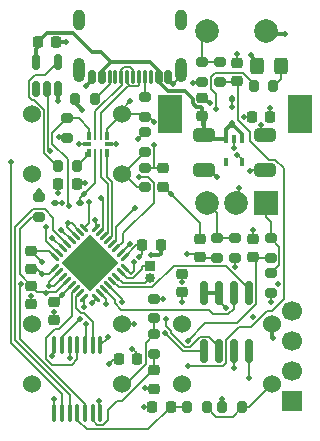
<source format=gtl>
G04 #@! TF.GenerationSoftware,KiCad,Pcbnew,9.0.2*
G04 #@! TF.CreationDate,2025-12-31T10:57:56+01:00*
G04 #@! TF.ProjectId,synthmate_L432,73796e74-686d-4617-9465-5f4c3433322e,rev?*
G04 #@! TF.SameCoordinates,Original*
G04 #@! TF.FileFunction,Copper,L1,Top*
G04 #@! TF.FilePolarity,Positive*
%FSLAX46Y46*%
G04 Gerber Fmt 4.6, Leading zero omitted, Abs format (unit mm)*
G04 Created by KiCad (PCBNEW 9.0.2) date 2025-12-31 10:57:56*
%MOMM*%
%LPD*%
G01*
G04 APERTURE LIST*
G04 Aperture macros list*
%AMRoundRect*
0 Rectangle with rounded corners*
0 $1 Rounding radius*
0 $2 $3 $4 $5 $6 $7 $8 $9 X,Y pos of 4 corners*
0 Add a 4 corners polygon primitive as box body*
4,1,4,$2,$3,$4,$5,$6,$7,$8,$9,$2,$3,0*
0 Add four circle primitives for the rounded corners*
1,1,$1+$1,$2,$3*
1,1,$1+$1,$4,$5*
1,1,$1+$1,$6,$7*
1,1,$1+$1,$8,$9*
0 Add four rect primitives between the rounded corners*
20,1,$1+$1,$2,$3,$4,$5,0*
20,1,$1+$1,$4,$5,$6,$7,0*
20,1,$1+$1,$6,$7,$8,$9,0*
20,1,$1+$1,$8,$9,$2,$3,0*%
%AMRotRect*
0 Rectangle, with rotation*
0 The origin of the aperture is its center*
0 $1 length*
0 $2 width*
0 $3 Rotation angle, in degrees counterclockwise*
0 Add horizontal line*
21,1,$1,$2,0,0,$3*%
G04 Aperture macros list end*
G04 #@! TA.AperFunction,ComponentPad*
%ADD10R,1.700000X1.700000*%
G04 #@! TD*
G04 #@! TA.AperFunction,ComponentPad*
%ADD11C,1.700000*%
G04 #@! TD*
G04 #@! TA.AperFunction,SMDPad,CuDef*
%ADD12RoundRect,0.100000X-0.100000X0.637500X-0.100000X-0.637500X0.100000X-0.637500X0.100000X0.637500X0*%
G04 #@! TD*
G04 #@! TA.AperFunction,SMDPad,CuDef*
%ADD13RoundRect,0.225000X-0.225000X-0.250000X0.225000X-0.250000X0.225000X0.250000X-0.225000X0.250000X0*%
G04 #@! TD*
G04 #@! TA.AperFunction,SMDPad,CuDef*
%ADD14RoundRect,0.200000X0.200000X0.275000X-0.200000X0.275000X-0.200000X-0.275000X0.200000X-0.275000X0*%
G04 #@! TD*
G04 #@! TA.AperFunction,SMDPad,CuDef*
%ADD15RoundRect,0.150000X0.150000X0.425000X-0.150000X0.425000X-0.150000X-0.425000X0.150000X-0.425000X0*%
G04 #@! TD*
G04 #@! TA.AperFunction,SMDPad,CuDef*
%ADD16RoundRect,0.075000X0.075000X0.500000X-0.075000X0.500000X-0.075000X-0.500000X0.075000X-0.500000X0*%
G04 #@! TD*
G04 #@! TA.AperFunction,HeatsinkPad*
%ADD17O,1.000000X2.100000*%
G04 #@! TD*
G04 #@! TA.AperFunction,HeatsinkPad*
%ADD18O,1.000000X1.800000*%
G04 #@! TD*
G04 #@! TA.AperFunction,SMDPad,CuDef*
%ADD19RoundRect,0.112500X0.112500X-0.187500X0.112500X0.187500X-0.112500X0.187500X-0.112500X-0.187500X0*%
G04 #@! TD*
G04 #@! TA.AperFunction,SMDPad,CuDef*
%ADD20RoundRect,0.200000X-0.275000X0.200000X-0.275000X-0.200000X0.275000X-0.200000X0.275000X0.200000X0*%
G04 #@! TD*
G04 #@! TA.AperFunction,SMDPad,CuDef*
%ADD21RoundRect,0.150000X0.150000X-0.825000X0.150000X0.825000X-0.150000X0.825000X-0.150000X-0.825000X0*%
G04 #@! TD*
G04 #@! TA.AperFunction,SMDPad,CuDef*
%ADD22RoundRect,0.225000X0.225000X0.250000X-0.225000X0.250000X-0.225000X-0.250000X0.225000X-0.250000X0*%
G04 #@! TD*
G04 #@! TA.AperFunction,SMDPad,CuDef*
%ADD23R,0.300000X0.704800*%
G04 #@! TD*
G04 #@! TA.AperFunction,SMDPad,CuDef*
%ADD24R,0.249936X0.704850*%
G04 #@! TD*
G04 #@! TA.AperFunction,SMDPad,CuDef*
%ADD25R,0.754888X0.350012*%
G04 #@! TD*
G04 #@! TA.AperFunction,SMDPad,CuDef*
%ADD26RoundRect,0.112500X-0.187500X-0.112500X0.187500X-0.112500X0.187500X0.112500X-0.187500X0.112500X0*%
G04 #@! TD*
G04 #@! TA.AperFunction,SMDPad,CuDef*
%ADD27RoundRect,0.225000X0.250000X-0.225000X0.250000X0.225000X-0.250000X0.225000X-0.250000X-0.225000X0*%
G04 #@! TD*
G04 #@! TA.AperFunction,SMDPad,CuDef*
%ADD28RoundRect,0.100000X-0.100000X0.225000X-0.100000X-0.225000X0.100000X-0.225000X0.100000X0.225000X0*%
G04 #@! TD*
G04 #@! TA.AperFunction,SMDPad,CuDef*
%ADD29RoundRect,0.225000X-0.250000X0.225000X-0.250000X-0.225000X0.250000X-0.225000X0.250000X0.225000X0*%
G04 #@! TD*
G04 #@! TA.AperFunction,SMDPad,CuDef*
%ADD30RoundRect,0.200000X-0.200000X-0.275000X0.200000X-0.275000X0.200000X0.275000X-0.200000X0.275000X0*%
G04 #@! TD*
G04 #@! TA.AperFunction,SMDPad,CuDef*
%ADD31RoundRect,0.200000X0.275000X-0.200000X0.275000X0.200000X-0.275000X0.200000X-0.275000X-0.200000X0*%
G04 #@! TD*
G04 #@! TA.AperFunction,SMDPad,CuDef*
%ADD32RoundRect,0.150000X0.150000X-0.512500X0.150000X0.512500X-0.150000X0.512500X-0.150000X-0.512500X0*%
G04 #@! TD*
G04 #@! TA.AperFunction,SMDPad,CuDef*
%ADD33RoundRect,0.250000X-0.325000X-0.450000X0.325000X-0.450000X0.325000X0.450000X-0.325000X0.450000X0*%
G04 #@! TD*
G04 #@! TA.AperFunction,SMDPad,CuDef*
%ADD34RoundRect,0.250000X-0.650000X0.325000X-0.650000X-0.325000X0.650000X-0.325000X0.650000X0.325000X0*%
G04 #@! TD*
G04 #@! TA.AperFunction,SMDPad,CuDef*
%ADD35RoundRect,0.062500X-0.220971X-0.309359X0.309359X0.220971X0.220971X0.309359X-0.309359X-0.220971X0*%
G04 #@! TD*
G04 #@! TA.AperFunction,SMDPad,CuDef*
%ADD36RoundRect,0.062500X0.220971X-0.309359X0.309359X-0.220971X-0.220971X0.309359X-0.309359X0.220971X0*%
G04 #@! TD*
G04 #@! TA.AperFunction,HeatsinkPad*
%ADD37RotRect,3.450000X3.450000X45.000000*%
G04 #@! TD*
G04 #@! TA.AperFunction,ComponentPad*
%ADD38R,0.850000X0.850000*%
G04 #@! TD*
G04 #@! TA.AperFunction,ComponentPad*
%ADD39C,0.850000*%
G04 #@! TD*
G04 #@! TA.AperFunction,ComponentPad*
%ADD40C,1.524000*%
G04 #@! TD*
G04 #@! TA.AperFunction,ComponentPad*
%ADD41R,2.000000X2.000000*%
G04 #@! TD*
G04 #@! TA.AperFunction,ComponentPad*
%ADD42C,2.000000*%
G04 #@! TD*
G04 #@! TA.AperFunction,ComponentPad*
%ADD43R,2.000000X3.200000*%
G04 #@! TD*
G04 #@! TA.AperFunction,ViaPad*
%ADD44C,0.500000*%
G04 #@! TD*
G04 #@! TA.AperFunction,Conductor*
%ADD45C,0.200000*%
G04 #@! TD*
G04 #@! TA.AperFunction,Conductor*
%ADD46C,0.300000*%
G04 #@! TD*
G04 APERTURE END LIST*
D10*
G04 #@! TO.P,J5,1,Pin_1*
G04 #@! TO.N,GND*
X151610000Y-105600000D03*
D11*
G04 #@! TO.P,J5,2,Pin_2*
G04 #@! TO.N,SWCLK*
X151610000Y-103060000D03*
G04 #@! TO.P,J5,3,Pin_3*
G04 #@! TO.N,SWDIO*
X151610000Y-100520000D03*
G04 #@! TO.P,J5,4,Pin_4*
G04 #@! TO.N,3V3*
X151610000Y-97980000D03*
G04 #@! TD*
D12*
G04 #@! TO.P,U6,1*
G04 #@! TO.N,Net-(C6-Pad1)*
X135360000Y-100825000D03*
G04 #@! TO.P,U6,2*
G04 #@! TO.N,enc_A*
X134710000Y-100825000D03*
G04 #@! TO.P,U6,3*
G04 #@! TO.N,Net-(C7-Pad1)*
X134060000Y-100825000D03*
G04 #@! TO.P,U6,4*
G04 #@! TO.N,enc_B*
X133410000Y-100825000D03*
G04 #@! TO.P,U6,5*
G04 #@! TO.N,Net-(C10-Pad1)*
X132760000Y-100825000D03*
G04 #@! TO.P,U6,6*
G04 #@! TO.N,BOOT0*
X132110000Y-100825000D03*
G04 #@! TO.P,U6,7,GND*
G04 #@! TO.N,GND*
X131460000Y-100825000D03*
G04 #@! TO.P,U6,8*
G04 #@! TO.N,pushbutton_C*
X131460000Y-106550000D03*
G04 #@! TO.P,U6,9*
G04 #@! TO.N,Net-(C8-Pad1)*
X132110000Y-106550000D03*
G04 #@! TO.P,U6,10*
G04 #@! TO.N,pushbutton_B*
X132760000Y-106550000D03*
G04 #@! TO.P,U6,11*
G04 #@! TO.N,Net-(C9-Pad1)*
X133410000Y-106550000D03*
G04 #@! TO.P,U6,12*
G04 #@! TO.N,pushbutton_A*
X134060000Y-106550000D03*
G04 #@! TO.P,U6,13*
G04 #@! TO.N,Net-(C17-Pad1)*
X134710000Y-106550000D03*
G04 #@! TO.P,U6,14,3.3V*
G04 #@! TO.N,3V3*
X135360000Y-106550000D03*
G04 #@! TD*
D13*
G04 #@! TO.P,C13,1*
G04 #@! TO.N,3V3*
X136890000Y-101970000D03*
G04 #@! TO.P,C13,2*
G04 #@! TO.N,GND*
X138440000Y-101970000D03*
G04 #@! TD*
D14*
G04 #@! TO.P,R13,1*
G04 #@! TO.N,Net-(SW2-C)*
X144340000Y-106070000D03*
G04 #@! TO.P,R13,2*
G04 #@! TO.N,Net-(C9-Pad1)*
X142690000Y-106070000D03*
G04 #@! TD*
D15*
G04 #@! TO.P,J1,A1,GND*
G04 #@! TO.N,GND*
X141080000Y-78105000D03*
G04 #@! TO.P,J1,A4,VBUS*
G04 #@! TO.N,5V*
X140280000Y-78105000D03*
D16*
G04 #@! TO.P,J1,A5,CC1*
G04 #@! TO.N,Net-(J1-CC1)*
X139130000Y-78105000D03*
G04 #@! TO.P,J1,A6,D+*
G04 #@! TO.N,/usb_P*
X138130000Y-78105000D03*
G04 #@! TO.P,J1,A7,D-*
G04 #@! TO.N,/usb_N*
X137630000Y-78105000D03*
G04 #@! TO.P,J1,A8,SBU1*
G04 #@! TO.N,unconnected-(J1-SBU1-PadA8)*
X136630000Y-78105000D03*
D15*
G04 #@! TO.P,J1,A9,VBUS*
G04 #@! TO.N,5V*
X135480000Y-78105000D03*
G04 #@! TO.P,J1,A12,GND*
G04 #@! TO.N,GND*
X134680000Y-78105000D03*
G04 #@! TO.P,J1,B1,GND*
X134680000Y-78105000D03*
G04 #@! TO.P,J1,B4,VBUS*
G04 #@! TO.N,5V*
X135480000Y-78105000D03*
D16*
G04 #@! TO.P,J1,B5,CC2*
G04 #@! TO.N,Net-(J1-CC2)*
X136130000Y-78105000D03*
G04 #@! TO.P,J1,B6,D+*
G04 #@! TO.N,/usb_P*
X137130000Y-78105000D03*
G04 #@! TO.P,J1,B7,D-*
G04 #@! TO.N,/usb_N*
X138630000Y-78105000D03*
G04 #@! TO.P,J1,B8,SBU2*
G04 #@! TO.N,unconnected-(J1-SBU2-PadB8)*
X139630000Y-78105000D03*
D15*
G04 #@! TO.P,J1,B9,VBUS*
G04 #@! TO.N,5V*
X140280000Y-78105000D03*
G04 #@! TO.P,J1,B12,GND*
G04 #@! TO.N,GND*
X141080000Y-78105000D03*
D17*
G04 #@! TO.P,J1,S1,SHIELD*
X142200000Y-77530000D03*
D18*
X142200000Y-73350000D03*
D17*
X133560000Y-77530000D03*
D18*
X133560000Y-73350000D03*
G04 #@! TD*
D19*
G04 #@! TO.P,D2,1,K*
G04 #@! TO.N,5V*
X146470000Y-82090000D03*
G04 #@! TO.P,D2,2,A*
G04 #@! TO.N,GND*
X146470000Y-79990000D03*
G04 #@! TD*
D20*
G04 #@! TO.P,R6,1*
G04 #@! TO.N,Net-(R6-Pad1)*
X146730000Y-91780000D03*
G04 #@! TO.P,R6,2*
G04 #@! TO.N,3V3*
X146730000Y-93430000D03*
G04 #@! TD*
D21*
G04 #@! TO.P,U5,1,~{S}*
G04 #@! TO.N,CS*
X144140000Y-101370000D03*
G04 #@! TO.P,U5,2,Q*
G04 #@! TO.N,MISO*
X145410000Y-101370000D03*
G04 #@! TO.P,U5,3,~{W}*
G04 #@! TO.N,3V3*
X146680000Y-101370000D03*
G04 #@! TO.P,U5,4,VSS*
G04 #@! TO.N,GND*
X147950000Y-101370000D03*
G04 #@! TO.P,U5,5,D*
G04 #@! TO.N,MOSI*
X147950000Y-96420000D03*
G04 #@! TO.P,U5,6,C*
G04 #@! TO.N,SCK*
X146680000Y-96420000D03*
G04 #@! TO.P,U5,7,~{HOLD}*
G04 #@! TO.N,3V3*
X145410000Y-96420000D03*
G04 #@! TO.P,U5,8,VCC*
X144140000Y-96420000D03*
G04 #@! TD*
D22*
G04 #@! TO.P,C15,1*
G04 #@! TO.N,3V3*
X133337500Y-87200000D03*
G04 #@! TO.P,C15,2*
G04 #@! TO.N,GND*
X131787500Y-87200000D03*
G04 #@! TD*
D23*
G04 #@! TO.P,U2,1,1D+*
G04 #@! TO.N,USART1_TX*
X134399999Y-84560000D03*
D24*
G04 #@! TO.P,U2,2,1D-*
G04 #@! TO.N,USART1_RX*
X134900000Y-84560000D03*
G04 #@! TO.P,U2,3,2D+*
G04 #@! TO.N,/usb_mcu_P*
X135400000Y-84560000D03*
D23*
G04 #@! TO.P,U2,4,2D-*
G04 #@! TO.N,/usb_mcu_N*
X135900001Y-84560000D03*
D25*
G04 #@! TO.P,U2,5,GND*
G04 #@! TO.N,GND*
X136102444Y-83832600D03*
D23*
G04 #@! TO.P,U2,6,\u002AOE*
X135900001Y-83105200D03*
D24*
G04 #@! TO.P,U2,7,D-*
G04 #@! TO.N,/usb_N*
X135400000Y-83105200D03*
G04 #@! TO.P,U2,8,D+*
G04 #@! TO.N,/usb_P*
X134900000Y-83105200D03*
D23*
G04 #@! TO.P,U2,9,S*
G04 #@! TO.N,usb_switch*
X134399999Y-83105200D03*
D25*
G04 #@! TO.P,U2,10,VCC*
G04 #@! TO.N,3V3*
X134197556Y-83832600D03*
G04 #@! TD*
D26*
G04 #@! TO.P,D3,1,K*
G04 #@! TO.N,3V3*
X131540000Y-88790000D03*
G04 #@! TO.P,D3,2,A*
G04 #@! TO.N,USART1_RX*
X133640000Y-88790000D03*
G04 #@! TD*
D27*
G04 #@! TO.P,C10,1*
G04 #@! TO.N,Net-(C10-Pad1)*
X146940000Y-78490000D03*
G04 #@! TO.P,C10,2*
G04 #@! TO.N,GND*
X146940000Y-76940000D03*
G04 #@! TD*
D28*
G04 #@! TO.P,U3,1,VIN*
G04 #@! TO.N,5V*
X147307500Y-83400000D03*
G04 #@! TO.P,U3,2,GND*
G04 #@! TO.N,GND*
X146657500Y-83400000D03*
G04 #@! TO.P,U3,3,EN*
G04 #@! TO.N,5V*
X146007500Y-83400000D03*
G04 #@! TO.P,U3,4,NC*
G04 #@! TO.N,unconnected-(U3-NC-Pad4)*
X146007500Y-85300000D03*
G04 #@! TO.P,U3,5,VOUT*
G04 #@! TO.N,3V3*
X147307500Y-85300000D03*
G04 #@! TD*
D14*
G04 #@! TO.P,R11,1*
G04 #@! TO.N,Net-(SW2-C)*
X147340000Y-106090000D03*
G04 #@! TO.P,R11,2*
G04 #@! TO.N,3V3*
X145690000Y-106090000D03*
G04 #@! TD*
D27*
G04 #@! TO.P,C6,1*
G04 #@! TO.N,Net-(C6-Pad1)*
X148250000Y-93370000D03*
G04 #@! TO.P,C6,2*
G04 #@! TO.N,GND*
X148250000Y-91820000D03*
G04 #@! TD*
D29*
G04 #@! TO.P,C12,1*
G04 #@! TO.N,3V3*
X131430000Y-97165000D03*
G04 #@! TO.P,C12,2*
G04 #@! TO.N,GND*
X131430000Y-98715000D03*
G04 #@! TD*
D20*
G04 #@! TO.P,R1,1*
G04 #@! TO.N,Net-(R1-Pad1)*
X143970000Y-76890000D03*
G04 #@! TO.P,R1,2*
G04 #@! TO.N,3V3*
X143970000Y-78540000D03*
G04 #@! TD*
D30*
G04 #@! TO.P,R3,1*
G04 #@! TO.N,GND*
X133230000Y-79990000D03*
G04 #@! TO.P,R3,2*
G04 #@! TO.N,Net-(J1-CC2)*
X134880000Y-79990000D03*
G04 #@! TD*
D31*
G04 #@! TO.P,R15,1*
G04 #@! TO.N,Net-(SW3-C)*
X139920000Y-98560000D03*
G04 #@! TO.P,R15,2*
G04 #@! TO.N,3V3*
X139920000Y-96910000D03*
G04 #@! TD*
G04 #@! TO.P,R5,1*
G04 #@! TO.N,NRST*
X130180000Y-89970000D03*
G04 #@! TO.P,R5,2*
G04 #@! TO.N,3V3*
X130180000Y-88320000D03*
G04 #@! TD*
D27*
G04 #@! TO.P,C11,1*
G04 #@! TO.N,3V3*
X129520000Y-94410000D03*
G04 #@! TO.P,C11,2*
G04 #@! TO.N,GND*
X129520000Y-92860000D03*
G04 #@! TD*
D31*
G04 #@! TO.P,R14,1*
G04 #@! TO.N,Net-(C10-Pad1)*
X145450000Y-78535000D03*
G04 #@! TO.P,R14,2*
G04 #@! TO.N,Net-(R1-Pad1)*
X145450000Y-76885000D03*
G04 #@! TD*
D13*
G04 #@! TO.P,C5,1*
G04 #@! TO.N,3V3*
X138905000Y-92400000D03*
G04 #@! TO.P,C5,2*
G04 #@! TO.N,GND*
X140455000Y-92400000D03*
G04 #@! TD*
D29*
G04 #@! TO.P,C18,1*
G04 #@! TO.N,3V3*
X142230000Y-94820000D03*
G04 #@! TO.P,C18,2*
G04 #@! TO.N,GND*
X142230000Y-96370000D03*
G04 #@! TD*
D30*
G04 #@! TO.P,R16,1*
G04 #@! TO.N,Net-(U4-Y)*
X131747500Y-85670000D03*
G04 #@! TO.P,R16,2*
G04 #@! TO.N,USART1_TX*
X133397500Y-85670000D03*
G04 #@! TD*
D31*
G04 #@! TO.P,R8,1*
G04 #@! TO.N,Net-(C6-Pad1)*
X149760000Y-93430000D03*
G04 #@! TO.P,R8,2*
G04 #@! TO.N,Net-(R7-Pad1)*
X149760000Y-91780000D03*
G04 #@! TD*
G04 #@! TO.P,R18,1*
G04 #@! TO.N,3V3*
X132530000Y-83260000D03*
G04 #@! TO.P,R18,2*
G04 #@! TO.N,usb_switch*
X132530000Y-81610000D03*
G04 #@! TD*
D30*
G04 #@! TO.P,R4,1*
G04 #@! TO.N,LED*
X148340000Y-78930000D03*
G04 #@! TO.P,R4,2*
G04 #@! TO.N,Net-(D1-A)*
X149990000Y-78930000D03*
G04 #@! TD*
D31*
G04 #@! TO.P,R10,1*
G04 #@! TO.N,Net-(SW5-C)*
X139150000Y-84470000D03*
G04 #@! TO.P,R10,2*
G04 #@! TO.N,3V3*
X139150000Y-82820000D03*
G04 #@! TD*
D32*
G04 #@! TO.P,U4,1,NC*
G04 #@! TO.N,unconnected-(U4-NC-Pad1)*
X129865000Y-79150000D03*
G04 #@! TO.P,U4,2,A*
G04 #@! TO.N,Net-(U1-PA9)*
X130815000Y-79150000D03*
G04 #@! TO.P,U4,3,GND*
G04 #@! TO.N,GND*
X131765000Y-79150000D03*
G04 #@! TO.P,U4,4,Y*
G04 #@! TO.N,Net-(U4-Y)*
X131765000Y-76875000D03*
G04 #@! TO.P,U4,5,VCC*
G04 #@! TO.N,5V*
X129865000Y-76875000D03*
G04 #@! TD*
D29*
G04 #@! TO.P,C2,1*
G04 #@! TO.N,NRST*
X129500000Y-95820000D03*
G04 #@! TO.P,C2,2*
G04 #@! TO.N,GND*
X129500000Y-97370000D03*
G04 #@! TD*
G04 #@! TO.P,C17,1*
G04 #@! TO.N,Net-(C17-Pad1)*
X139920000Y-102960000D03*
G04 #@! TO.P,C17,2*
G04 #@! TO.N,GND*
X139920000Y-104510000D03*
G04 #@! TD*
D13*
G04 #@! TO.P,C16,1*
G04 #@! TO.N,5V*
X130065000Y-75160000D03*
G04 #@! TO.P,C16,2*
G04 #@! TO.N,GND*
X131615000Y-75160000D03*
G04 #@! TD*
D20*
G04 #@! TO.P,R17,1*
G04 #@! TO.N,Net-(SW3-C)*
X139920000Y-99930000D03*
G04 #@! TO.P,R17,2*
G04 #@! TO.N,Net-(C17-Pad1)*
X139920000Y-101580000D03*
G04 #@! TD*
D33*
G04 #@! TO.P,D1,1,K*
G04 #@! TO.N,GND*
X148590000Y-77210000D03*
G04 #@! TO.P,D1,2,A*
G04 #@! TO.N,Net-(D1-A)*
X150640000Y-77210000D03*
G04 #@! TD*
D22*
G04 #@! TO.P,C9,1*
G04 #@! TO.N,Net-(C9-Pad1)*
X141300000Y-106070000D03*
G04 #@! TO.P,C9,2*
G04 #@! TO.N,GND*
X139750000Y-106070000D03*
G04 #@! TD*
D20*
G04 #@! TO.P,R7,1*
G04 #@! TO.N,Net-(R7-Pad1)*
X149780000Y-94750000D03*
G04 #@! TO.P,R7,2*
G04 #@! TO.N,3V3*
X149780000Y-96400000D03*
G04 #@! TD*
D22*
G04 #@! TO.P,C4,1*
G04 #@! TO.N,3V3*
X149730000Y-81500000D03*
G04 #@! TO.P,C4,2*
G04 #@! TO.N,GND*
X148180000Y-81500000D03*
G04 #@! TD*
D34*
G04 #@! TO.P,C1,1*
G04 #@! TO.N,5V*
X144090000Y-83055000D03*
G04 #@! TO.P,C1,2*
G04 #@! TO.N,GND*
X144090000Y-86005000D03*
G04 #@! TD*
D29*
G04 #@! TO.P,C8,1*
G04 #@! TO.N,Net-(C8-Pad1)*
X140680000Y-85880000D03*
G04 #@! TO.P,C8,2*
G04 #@! TO.N,GND*
X140680000Y-87430000D03*
G04 #@! TD*
D31*
G04 #@! TO.P,R12,1*
G04 #@! TO.N,Net-(SW5-C)*
X139130000Y-87490000D03*
G04 #@! TO.P,R12,2*
G04 #@! TO.N,Net-(C8-Pad1)*
X139130000Y-85840000D03*
G04 #@! TD*
D27*
G04 #@! TO.P,C3,1*
G04 #@! TO.N,5V*
X143942500Y-81475000D03*
G04 #@! TO.P,C3,2*
G04 #@! TO.N,GND*
X143942500Y-79925000D03*
G04 #@! TD*
D31*
G04 #@! TO.P,R2,1*
G04 #@! TO.N,GND*
X139170000Y-81500000D03*
G04 #@! TO.P,R2,2*
G04 #@! TO.N,Net-(J1-CC1)*
X139170000Y-79850000D03*
G04 #@! TD*
D35*
G04 #@! TO.P,U1,1,VDD*
G04 #@! TO.N,3V3*
X131497990Y-94332236D03*
G04 #@! TO.P,U1,2,PC14*
G04 #@! TO.N,GND*
X131851544Y-94685789D03*
G04 #@! TO.P,U1,3,PC15*
X132205097Y-95039343D03*
G04 #@! TO.P,U1,4,NRST*
G04 #@! TO.N,NRST*
X132558651Y-95392896D03*
G04 #@! TO.P,U1,5,VDDA*
G04 #@! TO.N,3V3*
X132912204Y-95746449D03*
G04 #@! TO.P,U1,6,PA0*
G04 #@! TO.N,enc_B*
X133265757Y-96100003D03*
G04 #@! TO.P,U1,7,PA1*
G04 #@! TO.N,enc_A*
X133619311Y-96453556D03*
G04 #@! TO.P,U1,8,PA2*
G04 #@! TO.N,BOOT0*
X133972864Y-96807110D03*
D36*
G04 #@! TO.P,U1,9,PA3*
G04 #@! TO.N,usb_switch*
X134945136Y-96807110D03*
G04 #@! TO.P,U1,10,PA4*
G04 #@! TO.N,CS*
X135298689Y-96453556D03*
G04 #@! TO.P,U1,11,PA5*
G04 #@! TO.N,SCK*
X135652243Y-96100003D03*
G04 #@! TO.P,U1,12,PA6*
G04 #@! TO.N,MISO*
X136005796Y-95746449D03*
G04 #@! TO.P,U1,13,PA7*
G04 #@! TO.N,MOSI*
X136359349Y-95392896D03*
G04 #@! TO.P,U1,14,PB0*
G04 #@! TO.N,Net-(J3-Pin_2)*
X136712903Y-95039343D03*
G04 #@! TO.P,U1,15,PB1*
G04 #@! TO.N,Net-(J3-Pin_1)*
X137066456Y-94685789D03*
G04 #@! TO.P,U1,16,VSS*
G04 #@! TO.N,GND*
X137420010Y-94332236D03*
D35*
G04 #@! TO.P,U1,17,VDD*
G04 #@! TO.N,3V3*
X137420010Y-93359964D03*
G04 #@! TO.P,U1,18,PA8*
G04 #@! TO.N,GND*
X137066456Y-93006411D03*
G04 #@! TO.P,U1,19,PA9*
G04 #@! TO.N,Net-(U1-PA9)*
X136712903Y-92652857D03*
G04 #@! TO.P,U1,20,PA10*
G04 #@! TO.N,USART1_RX*
X136359349Y-92299304D03*
G04 #@! TO.P,U1,21,PA11*
G04 #@! TO.N,/usb_mcu_N*
X136005796Y-91945751D03*
G04 #@! TO.P,U1,22,PA12*
G04 #@! TO.N,/usb_mcu_P*
X135652243Y-91592197D03*
G04 #@! TO.P,U1,23,PA13*
G04 #@! TO.N,SWDIO*
X135298689Y-91238644D03*
G04 #@! TO.P,U1,24,PA14*
G04 #@! TO.N,SWCLK*
X134945136Y-90885090D03*
D36*
G04 #@! TO.P,U1,25,PA15*
G04 #@! TO.N,LED*
X133972864Y-90885090D03*
G04 #@! TO.P,U1,26,PB3*
G04 #@! TO.N,GND*
X133619311Y-91238644D03*
G04 #@! TO.P,U1,27,PB4*
X133265757Y-91592197D03*
G04 #@! TO.P,U1,28,PB5*
G04 #@! TO.N,pushbutton_A*
X132912204Y-91945751D03*
G04 #@! TO.P,U1,29,PB6*
G04 #@! TO.N,pushbutton_B*
X132558651Y-92299304D03*
G04 #@! TO.P,U1,30,PB7*
G04 #@! TO.N,pushbutton_C*
X132205097Y-92652857D03*
G04 #@! TO.P,U1,31,PH3*
G04 #@! TO.N,BOOT0*
X131851544Y-93006411D03*
G04 #@! TO.P,U1,32,VSS*
G04 #@! TO.N,GND*
X131497990Y-93359964D03*
D37*
G04 #@! TO.P,U1,33,VSS*
X134459000Y-93846100D03*
G04 #@! TD*
D34*
G04 #@! TO.P,C14,1*
G04 #@! TO.N,3V3*
X149280000Y-83080000D03*
G04 #@! TO.P,C14,2*
G04 #@! TO.N,GND*
X149280000Y-86030000D03*
G04 #@! TD*
D31*
G04 #@! TO.P,R9,1*
G04 #@! TO.N,Net-(C7-Pad1)*
X145240000Y-93430000D03*
G04 #@! TO.P,R9,2*
G04 #@! TO.N,Net-(R6-Pad1)*
X145240000Y-91780000D03*
G04 #@! TD*
D38*
G04 #@! TO.P,J3,1,Pin_1*
G04 #@! TO.N,Net-(J3-Pin_1)*
X139550000Y-94170000D03*
D39*
G04 #@! TO.P,J3,2,Pin_2*
G04 #@! TO.N,Net-(J3-Pin_2)*
X139550000Y-95170000D03*
G04 #@! TD*
D27*
G04 #@! TO.P,C7,1*
G04 #@! TO.N,Net-(C7-Pad1)*
X143760000Y-93380000D03*
G04 #@! TO.P,C7,2*
G04 #@! TO.N,GND*
X143760000Y-91830000D03*
G04 #@! TD*
D40*
G04 #@! TO.P,SW3,1,B*
G04 #@! TO.N,GND*
X137160000Y-99060000D03*
G04 #@! TO.P,SW3,2,C*
G04 #@! TO.N,Net-(SW3-C)*
X137160000Y-104140000D03*
G04 #@! TO.P,SW3,3,A*
G04 #@! TO.N,unconnected-(SW3-A-Pad3)*
X129540000Y-99060000D03*
G04 #@! TO.P,SW3,4*
G04 #@! TO.N,N/C*
X129540000Y-104140000D03*
G04 #@! TD*
G04 #@! TO.P,SW2,1,B*
G04 #@! TO.N,GND*
X149860000Y-99060000D03*
G04 #@! TO.P,SW2,2,C*
G04 #@! TO.N,Net-(SW2-C)*
X149860000Y-104140000D03*
G04 #@! TO.P,SW2,3,A*
G04 #@! TO.N,unconnected-(SW2-A-Pad3)*
X142240000Y-99060000D03*
G04 #@! TO.P,SW2,4*
G04 #@! TO.N,N/C*
X142240000Y-104140000D03*
G04 #@! TD*
D41*
G04 #@! TO.P,SW1,A,A*
G04 #@! TO.N,Net-(R7-Pad1)*
X149360000Y-88770000D03*
D42*
G04 #@! TO.P,SW1,B,B*
G04 #@! TO.N,Net-(R6-Pad1)*
X144360000Y-88770000D03*
G04 #@! TO.P,SW1,C,C*
G04 #@! TO.N,GND*
X146860000Y-88770000D03*
D43*
G04 #@! TO.P,SW1,MP*
G04 #@! TO.N,N/C*
X141260000Y-81270000D03*
X152280000Y-81270000D03*
D42*
G04 #@! TO.P,SW1,S1,S1*
G04 #@! TO.N,Net-(R1-Pad1)*
X144360000Y-74270000D03*
G04 #@! TO.P,SW1,S2,S2*
G04 #@! TO.N,GND*
X149360000Y-74270000D03*
G04 #@! TD*
D40*
G04 #@! TO.P,SW5,1,B*
G04 #@! TO.N,GND*
X137160000Y-81280000D03*
G04 #@! TO.P,SW5,2,C*
G04 #@! TO.N,Net-(SW5-C)*
X137160000Y-86360000D03*
G04 #@! TO.P,SW5,3,A*
G04 #@! TO.N,unconnected-(SW5-A-Pad3)*
X129540000Y-81280000D03*
G04 #@! TO.P,SW5,4*
G04 #@! TO.N,N/C*
X129540000Y-86360000D03*
G04 #@! TD*
D44*
G04 #@! TO.N,GND*
X137890000Y-80160000D03*
G04 #@! TO.N,CS*
X135791100Y-97343900D03*
X140842600Y-99831500D03*
G04 #@! TO.N,pushbutton_C*
X131240400Y-91741200D03*
X131460000Y-105411200D03*
G04 #@! TO.N,MISO*
X137219500Y-97198200D03*
X140936900Y-98647900D03*
G04 #@! TO.N,Net-(U1-PA9)*
X138586300Y-86629800D03*
X131088000Y-84385200D03*
G04 #@! TO.N,usb_switch*
X132738300Y-89032700D03*
X134641400Y-97254100D03*
G04 #@! TO.N,Net-(C10-Pad1)*
X142768600Y-102595800D03*
X132760000Y-101964500D03*
G04 #@! TO.N,Net-(C8-Pad1)*
X139905000Y-83882500D03*
X127750900Y-85305300D03*
G04 #@! TO.N,Net-(C7-Pad1)*
X142727100Y-93149900D03*
X134175700Y-99072700D03*
G04 #@! TO.N,Net-(C6-Pad1)*
X135979200Y-100128500D03*
X142743200Y-100452800D03*
G04 #@! TO.N,SWDIO*
X135444500Y-88370400D03*
G04 #@! TO.N,pushbutton_A*
X128601100Y-95631700D03*
X132038700Y-91058700D03*
G04 #@! TO.N,USART1_RX*
X138312200Y-89221900D03*
X133999300Y-88007000D03*
G04 #@! TO.N,SWCLK*
X134857700Y-90227900D03*
G04 #@! TO.N,BOOT0*
X133955400Y-97582100D03*
X133652300Y-98618800D03*
X130740200Y-90818500D03*
G04 #@! TO.N,LED*
X145120200Y-80864300D03*
X134357600Y-88703500D03*
G04 #@! TO.N,NRST*
X130736700Y-96441700D03*
G04 #@! TO.N,GND*
X137834000Y-92238900D03*
X148020000Y-86100000D03*
X139859998Y-81920000D03*
X141360000Y-88070000D03*
X139170000Y-104490000D03*
X131040000Y-95820000D03*
X138050000Y-101150000D03*
X138170000Y-99060000D03*
X131760000Y-87980000D03*
X150970000Y-74510000D03*
X142250000Y-97220000D03*
X146470000Y-80690000D03*
X131415000Y-98015000D03*
X132430000Y-75160000D03*
X147971808Y-103640002D03*
X136690000Y-83832600D03*
X147130000Y-87510000D03*
X139660000Y-93240000D03*
X131415428Y-98015000D03*
X137833924Y-92238943D03*
X145270000Y-86620000D03*
X148280000Y-91080000D03*
X129493000Y-96670000D03*
X131240000Y-101770000D03*
X131785000Y-80160000D03*
X129493361Y-96670000D03*
X132600000Y-90530000D03*
X146670000Y-84160000D03*
X133670000Y-93846100D03*
X138174182Y-93821838D03*
X146920000Y-76200000D03*
X139070000Y-106070000D03*
X134550000Y-93890000D03*
X141505000Y-78735000D03*
X134170000Y-78910000D03*
X149930000Y-100260000D03*
X148080000Y-76270000D03*
X148270000Y-98440000D03*
X135250000Y-93846100D03*
X138174000Y-93821800D03*
X144620000Y-80330000D03*
X133830000Y-80920000D03*
X147490000Y-81490000D03*
G04 #@! TO.N,3V3*
X133582600Y-83832600D03*
X130180000Y-87750000D03*
X146669998Y-102740000D03*
X145970002Y-97700000D03*
X130420000Y-94800000D03*
X150370000Y-95630000D03*
X135250000Y-105560000D03*
X131820000Y-83250000D03*
X132074000Y-96584300D03*
X145620000Y-105360000D03*
X132074327Y-96584327D03*
X149804420Y-97200537D03*
X138550000Y-83370000D03*
X138660000Y-93390000D03*
X149730000Y-80800000D03*
X134020000Y-87150000D03*
X142250000Y-95520000D03*
X148920000Y-82160000D03*
X146944320Y-84749281D03*
X143210000Y-78640000D03*
X146730000Y-94180000D03*
X132080000Y-88790000D03*
X136060000Y-102400000D03*
X140670000Y-96920000D03*
G04 #@! TO.N,GND*
X130440000Y-93790000D03*
G04 #@! TD*
D45*
G04 #@! TO.N,3V3*
X149780000Y-96400000D02*
X149780000Y-97176117D01*
X149780000Y-97176117D02*
X149804420Y-97200537D01*
D46*
G04 #@! TO.N,5V*
X136241376Y-76884800D02*
X136296176Y-76830000D01*
X139479000Y-76830000D02*
X139533800Y-76884800D01*
X136296176Y-76830000D02*
X139479000Y-76830000D01*
D45*
G04 #@! TO.N,/usb_P*
X137130000Y-78105000D02*
X137130000Y-77530001D01*
X138130000Y-77566888D02*
X138130000Y-78105000D01*
X137130000Y-77530001D02*
X137381001Y-77279000D01*
X137842112Y-77279000D02*
X138130000Y-77566888D01*
X137381001Y-77279000D02*
X137842112Y-77279000D01*
D46*
G04 #@! TO.N,5V*
X136241376Y-76884800D02*
X135376576Y-76020000D01*
X135376576Y-76020000D02*
X134650000Y-76020000D01*
X135480000Y-78105000D02*
X135480000Y-77646176D01*
X135480000Y-77646176D02*
X136241376Y-76884800D01*
X140280000Y-77631000D02*
X140280000Y-78105000D01*
X139533800Y-76884800D02*
X140280000Y-77631000D01*
D45*
G04 #@! TO.N,GND*
X137160000Y-80890000D02*
X137890000Y-80160000D01*
X137160000Y-81280000D02*
X137160000Y-80890000D01*
X137160000Y-81280000D02*
X138950000Y-81280000D01*
X138950000Y-81280000D02*
X139170000Y-81500000D01*
X135900001Y-83105200D02*
X135900001Y-82539999D01*
X135900001Y-82539999D02*
X137160000Y-81280000D01*
G04 #@! TO.N,/usb_N*
X135400000Y-83105200D02*
X135400000Y-81221479D01*
X135400000Y-81221479D02*
X137690479Y-78931000D01*
X137690479Y-78931000D02*
X137881001Y-78931000D01*
X137630000Y-78105000D02*
X137630000Y-78679999D01*
X137630000Y-78679999D02*
X137881001Y-78931000D01*
X137881001Y-78931000D02*
X138540112Y-78931000D01*
X138540112Y-78931000D02*
X138630000Y-78841112D01*
X138630000Y-78841112D02*
X138630000Y-78105000D01*
G04 #@! TO.N,Net-(J3-Pin_2)*
X137232300Y-95558700D02*
X136712900Y-95039300D01*
X139161300Y-95558700D02*
X137232300Y-95558700D01*
X139550000Y-95170000D02*
X139161300Y-95558700D01*
G04 #@! TO.N,Net-(J3-Pin_1)*
X139550000Y-94170000D02*
X138874900Y-94170000D01*
X137571300Y-95190600D02*
X137066500Y-94685800D01*
X138107500Y-95190600D02*
X137571300Y-95190600D01*
X138874900Y-94423200D02*
X138107500Y-95190600D01*
X138874900Y-94170000D02*
X138874900Y-94423200D01*
G04 #@! TO.N,MOSI*
X136918200Y-95951800D02*
X136359300Y-95392900D01*
X139765300Y-95951800D02*
X136918200Y-95951800D01*
X141598200Y-94118900D02*
X139765300Y-95951800D01*
X145961500Y-94118900D02*
X141598200Y-94118900D01*
X147950000Y-96107400D02*
X145961500Y-94118900D01*
X147950000Y-96420000D02*
X147950000Y-96107400D01*
G04 #@! TO.N,CS*
X135791100Y-96946000D02*
X135791100Y-97343900D01*
X135298700Y-96453600D02*
X135791100Y-96946000D01*
X142381100Y-101370000D02*
X144140000Y-101370000D01*
X140842600Y-99831500D02*
X142381100Y-101370000D01*
G04 #@! TO.N,pushbutton_C*
X131460000Y-106550000D02*
X131460000Y-105411200D01*
X131293400Y-91741200D02*
X131240400Y-91741200D01*
X132205100Y-92652900D02*
X131293400Y-91741200D01*
G04 #@! TO.N,SCK*
X146680000Y-97742700D02*
X146680000Y-96420000D01*
X146192300Y-98230400D02*
X146680000Y-97742700D01*
X144904300Y-98230400D02*
X146192300Y-98230400D01*
X144539700Y-97865800D02*
X144904300Y-98230400D01*
X137121500Y-97865800D02*
X144539700Y-97865800D01*
X136562200Y-97306500D02*
X137121500Y-97865800D01*
X136562200Y-97010000D02*
X136562200Y-97306500D01*
X135652200Y-96100000D02*
X136562200Y-97010000D01*
G04 #@! TO.N,MISO*
X137219500Y-96960100D02*
X137219500Y-97198200D01*
X136005800Y-95746400D02*
X137219500Y-96960100D01*
X140936900Y-99218500D02*
X140936900Y-98647900D01*
X141342700Y-99624300D02*
X140936900Y-99218500D01*
X141342700Y-99809000D02*
X141342700Y-99624300D01*
X142529600Y-100995900D02*
X141342700Y-99809000D01*
X142972100Y-100995900D02*
X142529600Y-100995900D01*
X143828800Y-100139200D02*
X142972100Y-100995900D01*
X144539600Y-100139200D02*
X143828800Y-100139200D01*
X145410000Y-101009600D02*
X144539600Y-100139200D01*
X145410000Y-101370000D02*
X145410000Y-101009600D01*
G04 #@! TO.N,Net-(U1-PA9)*
X139384000Y-86629800D02*
X138586300Y-86629800D01*
X139856000Y-87101800D02*
X139384000Y-86629800D01*
X139856000Y-88764600D02*
X139856000Y-87101800D01*
X137265000Y-91355600D02*
X139856000Y-88764600D01*
X137265000Y-92100800D02*
X137265000Y-91355600D01*
X136712900Y-92652900D02*
X137265000Y-92100800D01*
X130929700Y-84226900D02*
X131088000Y-84385200D01*
X130929700Y-79264700D02*
X130929700Y-84226900D01*
X130815000Y-79150000D02*
X130929700Y-79264700D01*
G04 #@! TO.N,/usb_mcu_P*
X135787400Y-91457000D02*
X135652200Y-91592200D01*
X135823000Y-91457000D02*
X135787400Y-91457000D01*
G04 #@! TO.N,/usb_mcu_N*
X136005800Y-91910500D02*
X136005800Y-91945800D01*
X136158000Y-91758300D02*
X136005800Y-91910500D01*
G04 #@! TO.N,usb_switch*
X134400000Y-83105200D02*
X134400000Y-82502700D01*
X133507300Y-81610000D02*
X134400000Y-82502700D01*
X132530000Y-81610000D02*
X133507300Y-81610000D01*
X131299100Y-82840900D02*
X132530000Y-81610000D01*
X131299100Y-83776900D02*
X131299100Y-82840900D01*
X132606000Y-85083800D02*
X131299100Y-83776900D01*
X132606000Y-88900400D02*
X132606000Y-85083800D01*
X132738300Y-89032700D02*
X132606000Y-88900400D01*
X134945100Y-96950400D02*
X134945100Y-96807100D01*
X134641400Y-97254100D02*
X134945100Y-96950400D01*
G04 #@! TO.N,Net-(U4-Y)*
X131644000Y-85670000D02*
X131747500Y-85670000D01*
X130579400Y-84605400D02*
X131644000Y-85670000D01*
X130579400Y-80887800D02*
X130579400Y-84605400D01*
X129765900Y-80074300D02*
X130579400Y-80887800D01*
X129540100Y-80074300D02*
X129765900Y-80074300D01*
X129289100Y-79823300D02*
X129540100Y-80074300D01*
X129289100Y-78483000D02*
X129289100Y-79823300D01*
X129784200Y-77987900D02*
X129289100Y-78483000D01*
X130652100Y-77987900D02*
X129784200Y-77987900D01*
X131765000Y-76875000D02*
X130652100Y-77987900D01*
G04 #@! TO.N,Net-(SW3-C)*
X139920000Y-99930000D02*
X139920000Y-98560000D01*
X139184200Y-100665800D02*
X139920000Y-99930000D01*
X139184200Y-102439600D02*
X139184200Y-100665800D01*
X137483800Y-104140000D02*
X139184200Y-102439600D01*
X137160000Y-104140000D02*
X137483800Y-104140000D01*
G04 #@! TO.N,Net-(R7-Pad1)*
X149360000Y-88770000D02*
X149360000Y-90020100D01*
X149760000Y-90420100D02*
X149360000Y-90020100D01*
X149760000Y-91780000D02*
X149760000Y-90420100D01*
X150514200Y-92534200D02*
X149760000Y-91780000D01*
X150514200Y-94015800D02*
X150514200Y-92534200D01*
X149780000Y-94750000D02*
X150514200Y-94015800D01*
G04 #@! TO.N,Net-(R6-Pad1)*
X145240000Y-89650000D02*
X145240000Y-91780000D01*
X144360000Y-88770000D02*
X145240000Y-89650000D01*
X145240000Y-91780000D02*
X146730000Y-91780000D01*
G04 #@! TO.N,Net-(R1-Pad1)*
X143970000Y-74660000D02*
X143970000Y-76890000D01*
X144360000Y-74270000D02*
X143970000Y-74660000D01*
X143975000Y-76885000D02*
X143970000Y-76890000D01*
X145450000Y-76885000D02*
X143975000Y-76885000D01*
G04 #@! TO.N,Net-(C10-Pad1)*
X146895000Y-78535000D02*
X145450000Y-78535000D01*
X146940000Y-78490000D02*
X146895000Y-78535000D01*
X132760000Y-100825000D02*
X132760000Y-101964500D01*
X145751200Y-102595800D02*
X142768600Y-102595800D01*
X146022400Y-102324600D02*
X145751200Y-102595800D01*
X146022400Y-100426200D02*
X146022400Y-102324600D01*
X147126000Y-99322600D02*
X146022400Y-100426200D01*
X148095000Y-99322600D02*
X147126000Y-99322600D01*
X149462600Y-97955000D02*
X148095000Y-99322600D01*
X149868100Y-97955000D02*
X149462600Y-97955000D01*
X150880300Y-96942800D02*
X149868100Y-97955000D01*
X150880300Y-85879900D02*
X150880300Y-96942800D01*
X150121800Y-85121400D02*
X150880300Y-85879900D01*
X149616300Y-85121400D02*
X150121800Y-85121400D01*
X148022300Y-83527400D02*
X149616300Y-85121400D01*
X148022300Y-82809800D02*
X148022300Y-83527400D01*
X146989700Y-81777200D02*
X148022300Y-82809800D01*
X146989700Y-78539700D02*
X146989700Y-81777200D01*
X146940000Y-78490000D02*
X146989700Y-78539700D01*
G04 #@! TO.N,Net-(C9-Pad1)*
X142690000Y-106070000D02*
X141300000Y-106070000D01*
X133410000Y-107178000D02*
X133410000Y-106550000D01*
X134194900Y-107962900D02*
X133410000Y-107178000D01*
X139407100Y-107962900D02*
X134194900Y-107962900D01*
X141300000Y-106070000D02*
X139407100Y-107962900D01*
G04 #@! TO.N,Net-(C8-Pad1)*
X139130000Y-85840000D02*
X139905000Y-85840000D01*
X140640000Y-85840000D02*
X140680000Y-85880000D01*
X139905000Y-85840000D02*
X140640000Y-85840000D01*
X139905000Y-85840000D02*
X139905000Y-83882500D01*
X132110000Y-104993600D02*
X132110000Y-106550000D01*
X127750900Y-100634500D02*
X132110000Y-104993600D01*
X127750900Y-85305300D02*
X127750900Y-100634500D01*
G04 #@! TO.N,Net-(C7-Pad1)*
X143810000Y-93430000D02*
X143760000Y-93380000D01*
X145240000Y-93430000D02*
X143810000Y-93430000D01*
X142727100Y-93150000D02*
X142727100Y-93149900D01*
X143530000Y-93150000D02*
X142727100Y-93150000D01*
X143760000Y-93380000D02*
X143530000Y-93150000D01*
X134175700Y-100709300D02*
X134060000Y-100825000D01*
X134175700Y-99072700D02*
X134175700Y-100709300D01*
G04 #@! TO.N,Net-(C6-Pad1)*
X148310000Y-93430000D02*
X148250000Y-93370000D01*
X149760000Y-93430000D02*
X148310000Y-93430000D01*
X148522200Y-93642200D02*
X148250000Y-93370000D01*
X148522200Y-97389700D02*
X148522200Y-93642200D01*
X146939500Y-98972400D02*
X148522200Y-97389700D01*
X144223600Y-98972400D02*
X146939500Y-98972400D01*
X142743200Y-100452800D02*
X144223600Y-98972400D01*
X135979200Y-100205800D02*
X135979200Y-100128500D01*
X135360000Y-100825000D02*
X135979200Y-100205800D01*
G04 #@! TO.N,Net-(J1-CC2)*
X136130000Y-78740000D02*
X136130000Y-78105000D01*
X134880000Y-79990000D02*
X136130000Y-78740000D01*
G04 #@! TO.N,Net-(J1-CC1)*
X139130000Y-79810000D02*
X139130000Y-78105000D01*
X139170000Y-79850000D02*
X139130000Y-79810000D01*
G04 #@! TO.N,/usb_P*
X137130000Y-78645900D02*
X137130000Y-78105000D01*
X137155000Y-78670900D02*
X137130000Y-78645900D01*
G04 #@! TO.N,5V*
X147307500Y-83164200D02*
X147307500Y-83400000D01*
X147308000Y-83163700D02*
X147307500Y-83164200D01*
X143942500Y-81253700D02*
X143942500Y-81475000D01*
X143960000Y-81236200D02*
X143942500Y-81253700D01*
X129865000Y-76830000D02*
X129865000Y-76875000D01*
X143942500Y-82191200D02*
X143942500Y-81475000D01*
X144090000Y-82338700D02*
X143942500Y-82191200D01*
X130065000Y-75545000D02*
X130065000Y-75160000D01*
X144435000Y-83400000D02*
X144090000Y-83055000D01*
X140280000Y-78530000D02*
X140280000Y-78105000D01*
X135480000Y-78105000D02*
X135480000Y-77716900D01*
G04 #@! TO.N,Net-(SW2-C)*
X147910000Y-106090000D02*
X147340000Y-106090000D01*
X149860000Y-104140000D02*
X147910000Y-106090000D01*
X145158100Y-106888100D02*
X144340000Y-106070000D01*
X146541900Y-106888100D02*
X145158100Y-106888100D01*
X147340000Y-106090000D02*
X146541900Y-106888100D01*
G04 #@! TO.N,SWDIO*
X135607800Y-90929500D02*
X135298700Y-91238600D01*
X135607800Y-88533700D02*
X135607800Y-90929500D01*
X135444500Y-88370400D02*
X135607800Y-88533700D01*
G04 #@! TO.N,pushbutton_A*
X132912200Y-91932200D02*
X132912200Y-91945800D01*
X132038700Y-91058700D02*
X132912200Y-91932200D01*
X128515700Y-95717100D02*
X128601100Y-95631700D01*
X128515700Y-100293700D02*
X128515700Y-95717100D01*
X134060000Y-105838000D02*
X128515700Y-100293700D01*
X134060000Y-106550000D02*
X134060000Y-105838000D01*
G04 #@! TO.N,pushbutton_B*
X132760000Y-105033300D02*
X132760000Y-106550000D01*
X128101000Y-100374300D02*
X132760000Y-105033300D01*
X128101000Y-90861900D02*
X128101000Y-100374300D01*
X129657900Y-89305000D02*
X128101000Y-90861900D01*
X130640200Y-89305000D02*
X129657900Y-89305000D01*
X131380200Y-90045000D02*
X130640200Y-89305000D01*
X131380200Y-91120800D02*
X131380200Y-90045000D01*
X132558700Y-92299300D02*
X131380200Y-91120800D01*
G04 #@! TO.N,USART1_TX*
X134396300Y-84556300D02*
X134400000Y-84560000D01*
X134178500Y-84556300D02*
X134396300Y-84556300D01*
X134178500Y-84889000D02*
X134178500Y-84556300D01*
X133397500Y-85670000D02*
X134178500Y-84889000D01*
G04 #@! TO.N,USART1_RX*
X133640000Y-88366300D02*
X133640000Y-88790000D01*
X133999300Y-88007000D02*
X133640000Y-88366300D01*
X134900000Y-87106300D02*
X133999300Y-88007000D01*
X134900000Y-84560000D02*
X134900000Y-87106300D01*
X136660200Y-90873900D02*
X138312200Y-89221900D01*
X136660200Y-91998400D02*
X136660200Y-90873900D01*
X136359300Y-92299300D02*
X136660200Y-91998400D01*
G04 #@! TO.N,enc_B*
X133410000Y-102026400D02*
X133410000Y-100825000D01*
X132954700Y-102481700D02*
X133410000Y-102026400D01*
X131224500Y-102481700D02*
X132954700Y-102481700D01*
X130723900Y-101981100D02*
X131224500Y-102481700D01*
X130723900Y-100275200D02*
X130723900Y-101981100D01*
X131554100Y-99445000D02*
X130723900Y-100275200D01*
X131848300Y-99445000D02*
X131554100Y-99445000D01*
X132950600Y-98342700D02*
X131848300Y-99445000D01*
X132950600Y-96415200D02*
X132950600Y-98342700D01*
X133265800Y-96100000D02*
X132950600Y-96415200D01*
G04 #@! TO.N,Net-(SW5-C)*
X137328600Y-86360000D02*
X137160000Y-86360000D01*
X138458600Y-87490000D02*
X137328600Y-86360000D01*
X139130000Y-87490000D02*
X138458600Y-87490000D01*
X137328600Y-86291400D02*
X139150000Y-84470000D01*
X137328600Y-86360000D02*
X137328600Y-86291400D01*
G04 #@! TO.N,SWCLK*
X134945100Y-90315300D02*
X134857700Y-90227900D01*
X134945100Y-90885100D02*
X134945100Y-90315300D01*
G04 #@! TO.N,Net-(C17-Pad1)*
X139920000Y-101580000D02*
X139920000Y-102335500D01*
X139920000Y-102335500D02*
X139920000Y-102960000D01*
X134710000Y-107191300D02*
X134710000Y-106550000D01*
X135082800Y-107564100D02*
X134710000Y-107191300D01*
X135615500Y-107564100D02*
X135082800Y-107564100D01*
X136022700Y-107156900D02*
X135615500Y-107564100D01*
X136022700Y-106366800D02*
X136022700Y-107156900D01*
X136796400Y-105593100D02*
X136022700Y-106366800D01*
X137165200Y-105593100D02*
X136796400Y-105593100D01*
X139920000Y-102838300D02*
X137165200Y-105593100D01*
X139920000Y-102335500D02*
X139920000Y-102838300D01*
G04 #@! TO.N,BOOT0*
X133955400Y-96824600D02*
X133955400Y-97582100D01*
X133972900Y-96807100D02*
X133955400Y-96824600D01*
X132110000Y-100161100D02*
X132110000Y-100825000D01*
X133652300Y-98618800D02*
X132110000Y-100161100D01*
X130740200Y-91980700D02*
X130740200Y-90818500D01*
X131765900Y-93006400D02*
X130740200Y-91980700D01*
X131851500Y-93006400D02*
X131765900Y-93006400D01*
G04 #@! TO.N,enc_A*
X133300700Y-96772200D02*
X133619300Y-96453600D01*
X133300700Y-97679700D02*
X133300700Y-96772200D01*
X133739700Y-98118700D02*
X133300700Y-97679700D01*
X133929000Y-98118700D02*
X133739700Y-98118700D01*
X134710000Y-98899700D02*
X133929000Y-98118700D01*
X134710000Y-100825000D02*
X134710000Y-98899700D01*
G04 #@! TO.N,LED*
X145120200Y-79588500D02*
X145120200Y-80864300D01*
X144696000Y-79164300D02*
X145120200Y-79588500D01*
X144696000Y-78162100D02*
X144696000Y-79164300D01*
X145095100Y-77763000D02*
X144696000Y-78162100D01*
X147397500Y-77763000D02*
X145095100Y-77763000D01*
X148340000Y-78705500D02*
X147397500Y-77763000D01*
X148340000Y-78930000D02*
X148340000Y-78705500D01*
X134357600Y-90500400D02*
X134357600Y-88703500D01*
X133972900Y-90885100D02*
X134357600Y-90500400D01*
G04 #@! TO.N,Net-(D1-A)*
X150640000Y-78280000D02*
X149990000Y-78930000D01*
X150640000Y-77210000D02*
X150640000Y-78280000D01*
G04 #@! TO.N,NRST*
X130736700Y-96441700D02*
X130736700Y-96321000D01*
X132558800Y-95393000D02*
X132558900Y-95393000D01*
X132558700Y-95392900D02*
X132558800Y-95393000D01*
X128515500Y-94835500D02*
X129500000Y-95820000D01*
X128515500Y-90988800D02*
X128515500Y-94835500D01*
X129534300Y-89970000D02*
X128515500Y-90988800D01*
X130180000Y-89970000D02*
X129534300Y-89970000D01*
G04 #@! TO.N,3V3*
X132493300Y-96165300D02*
X132912200Y-95746400D01*
X132493100Y-96165300D02*
X132493300Y-96165300D01*
X132520000Y-83250000D02*
X132530000Y-83260000D01*
X132420000Y-83250000D02*
X132520000Y-83250000D01*
X130180000Y-87913700D02*
X130180000Y-88320000D01*
X131430000Y-97087000D02*
X131430000Y-97165000D01*
X131692000Y-96825000D02*
X131430000Y-97087000D01*
X147307500Y-85206700D02*
X147307500Y-85300000D01*
X147308000Y-85206200D02*
X147307500Y-85206700D01*
X133387500Y-87150000D02*
X133337500Y-87200000D01*
X135360000Y-105972500D02*
X135360000Y-106550000D01*
X135250000Y-105862500D02*
X135360000Y-105972500D01*
G04 #@! TO.N,GND*
X133265800Y-91592200D02*
X133266000Y-91592200D01*
X134502900Y-93890000D02*
X134459000Y-93846100D01*
X134550000Y-93890000D02*
X134502900Y-93890000D01*
X132600000Y-90530000D02*
X132540000Y-90590000D01*
X133265000Y-90884300D02*
X133619300Y-91238600D01*
X133264500Y-90884300D02*
X133265000Y-90884300D01*
X137663900Y-94576100D02*
X137420000Y-94332200D01*
X137676000Y-94576100D02*
X137663900Y-94576100D01*
X131814800Y-95429600D02*
X132205100Y-95039300D01*
X131814600Y-95429600D02*
X131814800Y-95429600D01*
X131765000Y-79645000D02*
X131765000Y-79150000D01*
X131785000Y-79665000D02*
X131765000Y-79645000D01*
X133230000Y-80320000D02*
X133230000Y-79990000D01*
X146657500Y-83773200D02*
X146657500Y-83400000D01*
X146658000Y-83773700D02*
X146657500Y-83773200D01*
X143760000Y-90470000D02*
X143760000Y-91830000D01*
X141360000Y-88070000D02*
X143760000Y-90470000D01*
X141080000Y-78310000D02*
X141080000Y-78105000D01*
X134680000Y-78400000D02*
X134680000Y-78105000D01*
X131460000Y-100935000D02*
X131460000Y-100825000D01*
X131350000Y-101045000D02*
X131460000Y-100935000D01*
G04 #@! TO.N,/usb_mcu_P*
X135958000Y-91321794D02*
X135958000Y-87168000D01*
X135399999Y-86609999D02*
X135399999Y-84560000D01*
X135958000Y-87168000D02*
X135399999Y-86609999D01*
X135687597Y-91592197D02*
X135958000Y-91321794D01*
G04 #@! TO.N,/usb_mcu_N*
X135900000Y-86580000D02*
X135900000Y-84560000D01*
X136005796Y-91910396D02*
X136310000Y-91606192D01*
X136310000Y-86990000D02*
X135900000Y-86580000D01*
X136310000Y-91606192D02*
X136310000Y-86990000D01*
G04 #@! TO.N,/usb_P*
X137155000Y-78555000D02*
X137155000Y-78786800D01*
X134899999Y-81041801D02*
X134899999Y-83105200D01*
X137155000Y-78786800D02*
X134899999Y-81041801D01*
D46*
G04 #@! TO.N,5V*
X143166500Y-80374110D02*
X143468390Y-80676000D01*
X143468390Y-80676000D02*
X143868000Y-80676000D01*
X143960000Y-80768000D02*
X143960000Y-81457500D01*
X130080000Y-75530000D02*
X129865000Y-75745000D01*
X140280000Y-78530000D02*
X141040000Y-79290000D01*
X147307500Y-83400000D02*
X147307500Y-82927500D01*
X146470000Y-82090000D02*
X146007500Y-82552500D01*
X133014000Y-74384000D02*
X134650000Y-76020000D01*
X147307500Y-82927500D02*
X146470000Y-82090000D01*
X146007500Y-83400000D02*
X144435000Y-83400000D01*
X143868000Y-80676000D02*
X143960000Y-80768000D01*
X143166500Y-79974500D02*
X143166500Y-80374110D01*
X146007500Y-82552500D02*
X146007500Y-83400000D01*
X130841000Y-74384000D02*
X133014000Y-74384000D01*
X144090000Y-83055000D02*
X144090000Y-81622500D01*
X129865000Y-75745000D02*
X129865000Y-76830000D01*
X130065000Y-75160000D02*
X130841000Y-74384000D01*
X141040000Y-79290000D02*
X142482000Y-79290000D01*
X142482000Y-79290000D02*
X143166500Y-79974500D01*
D45*
G04 #@! TO.N,USART1_TX*
X134235100Y-84612600D02*
X134122500Y-84500000D01*
G04 #@! TO.N,NRST*
X132558651Y-95392896D02*
X131630547Y-96321000D01*
X130001000Y-96321000D02*
X129500000Y-95820000D01*
X131630547Y-96321000D02*
X130001000Y-96321000D01*
G04 #@! TO.N,GND*
X131760000Y-87227500D02*
X131787500Y-87200000D01*
X132600000Y-90530000D02*
X132910000Y-90530000D01*
X131040000Y-95497333D02*
X131851544Y-94685789D01*
X140680000Y-87430000D02*
X140720000Y-87430000D01*
D46*
X140300000Y-93240000D02*
X140455000Y-93085000D01*
D45*
X148090000Y-86030000D02*
X148020000Y-86100000D01*
D46*
X149860000Y-99060000D02*
X149860000Y-100190000D01*
D45*
X138440000Y-101970000D02*
X138440000Y-101540000D01*
X144090000Y-86005000D02*
X144655000Y-86005000D01*
D46*
X131615000Y-75160000D02*
X132430000Y-75160000D01*
D45*
X148250000Y-91110000D02*
X148280000Y-91080000D01*
X131240000Y-101760000D02*
X131350000Y-101650000D01*
D46*
X149630000Y-74500000D02*
X150960000Y-74500000D01*
D45*
X132540000Y-90590000D02*
X132540000Y-90866440D01*
X131240000Y-101770000D02*
X131240000Y-101760000D01*
X146657500Y-84147500D02*
X146670000Y-84160000D01*
X149280000Y-86030000D02*
X148090000Y-86030000D01*
X137833924Y-92238943D02*
X137066456Y-93006411D01*
X144655000Y-86005000D02*
X145270000Y-86620000D01*
X140720000Y-87430000D02*
X141360000Y-88070000D01*
X131040000Y-95820000D02*
X131424440Y-95820000D01*
X136690000Y-83832600D02*
X136102443Y-83832600D01*
D46*
X131785000Y-80160000D02*
X131785000Y-79170000D01*
D45*
X139330000Y-104490000D02*
X139350000Y-104510000D01*
X143942500Y-79925000D02*
X144215000Y-79925000D01*
X146940000Y-76940000D02*
X146940000Y-76220000D01*
X144215000Y-79925000D02*
X144620000Y-80330000D01*
X132540000Y-90866440D02*
X133265757Y-91592197D01*
X139070000Y-106070000D02*
X139750000Y-106070000D01*
D46*
X149860000Y-100190000D02*
X149930000Y-100260000D01*
D45*
X146940000Y-76220000D02*
X146920000Y-76200000D01*
X138440000Y-101540000D02*
X138050000Y-101150000D01*
X131760000Y-87980000D02*
X131760000Y-87227500D01*
X137920000Y-94820000D02*
X138174182Y-94565818D01*
X142200000Y-77530000D02*
X142200000Y-78040000D01*
X139350000Y-104510000D02*
X139920000Y-104510000D01*
X129500000Y-96676639D02*
X129493361Y-96670000D01*
X131430000Y-98029572D02*
X131415428Y-98015000D01*
X147950000Y-103618194D02*
X147971808Y-103640002D01*
X132910000Y-90530000D02*
X133618644Y-91238644D01*
X131424440Y-95820000D02*
X132205097Y-95039343D01*
X146470000Y-79990000D02*
X146470000Y-80690000D01*
X142200000Y-78040000D02*
X141505000Y-78735000D01*
X138174182Y-94565818D02*
X138174182Y-93821838D01*
X147130000Y-89000000D02*
X147130000Y-87510000D01*
X146657500Y-83400000D02*
X146657500Y-84147500D01*
D46*
X134680000Y-78400000D02*
X134170000Y-78910000D01*
X140455000Y-93085000D02*
X140455000Y-92400000D01*
D45*
X129500000Y-97370000D02*
X129500000Y-96676639D01*
X139439998Y-81500000D02*
X139859998Y-81920000D01*
X147950000Y-101370000D02*
X147950000Y-103618194D01*
X131040000Y-95820000D02*
X131040000Y-95497333D01*
D46*
X150960000Y-74500000D02*
X150970000Y-74510000D01*
D45*
X148590000Y-76780000D02*
X148080000Y-76270000D01*
D46*
X139660000Y-93240000D02*
X140300000Y-93240000D01*
D45*
X131350000Y-101650000D02*
X131350000Y-100440000D01*
X142230000Y-96370000D02*
X142230000Y-97200000D01*
D46*
X133830000Y-80920000D02*
X133200000Y-80290000D01*
D45*
X131430000Y-98715000D02*
X131430000Y-98029572D01*
D46*
X141080000Y-78310000D02*
X141505000Y-78735000D01*
D45*
X139170000Y-81500000D02*
X139439998Y-81500000D01*
X137432236Y-94332236D02*
X137920000Y-94820000D01*
X142230000Y-97200000D02*
X142250000Y-97220000D01*
X148250000Y-91820000D02*
X148250000Y-91110000D01*
X148000000Y-81500000D02*
X148180000Y-81500000D01*
X148590000Y-77210000D02*
X148590000Y-76780000D01*
X139170000Y-104490000D02*
X139330000Y-104490000D01*
X147490000Y-81490000D02*
X147990000Y-81490000D01*
X147990000Y-81490000D02*
X148000000Y-81500000D01*
G04 #@! TO.N,3V3*
X142230000Y-94820000D02*
X142230000Y-95500000D01*
X138379974Y-92400000D02*
X137420010Y-93359964D01*
X138660000Y-93390000D02*
X138905000Y-93145000D01*
X146680000Y-102729998D02*
X146669998Y-102740000D01*
X142230000Y-95500000D02*
X142250000Y-95520000D01*
X149730000Y-81500000D02*
X149730000Y-81740000D01*
X132074327Y-96584327D02*
X131833654Y-96825000D01*
X143970000Y-78540000D02*
X143310000Y-78540000D01*
X130420000Y-94800000D02*
X131030226Y-94800000D01*
D46*
X134020000Y-87150000D02*
X133287500Y-87150000D01*
D45*
X135250000Y-105560000D02*
X135250000Y-106165000D01*
X129520000Y-94410000D02*
X130030000Y-94410000D01*
X139100000Y-82820000D02*
X138550000Y-83370000D01*
D46*
X130180000Y-88077500D02*
X130422500Y-88320000D01*
D45*
X136490000Y-101970000D02*
X136060000Y-102400000D01*
X131833654Y-96825000D02*
X131550000Y-96825000D01*
X146680000Y-101370000D02*
X146680000Y-102729998D01*
X136890000Y-101970000D02*
X136490000Y-101970000D01*
D46*
X144140000Y-96420000D02*
X145410000Y-96420000D01*
D45*
X149730000Y-80800000D02*
X149730000Y-81500000D01*
X139150000Y-82820000D02*
X139100000Y-82820000D01*
X131030226Y-94800000D02*
X131497990Y-94332236D01*
X132912204Y-95746449D02*
X132074327Y-96584327D01*
X145410000Y-96420000D02*
X145410000Y-97139998D01*
X138905000Y-93145000D02*
X138905000Y-92400000D01*
X132080000Y-88790000D02*
X131540000Y-88790000D01*
D46*
X131820000Y-83250000D02*
X132420000Y-83250000D01*
D45*
X145410000Y-97139998D02*
X145970002Y-97700000D01*
X133582600Y-83832600D02*
X134197556Y-83832600D01*
X147307500Y-85112461D02*
X146944320Y-84749281D01*
X145690000Y-106090000D02*
X145690000Y-105430000D01*
X138905000Y-92400000D02*
X138379974Y-92400000D01*
D46*
X130180000Y-87750000D02*
X130180000Y-88077500D01*
D45*
X147307500Y-85300000D02*
X147307500Y-85112461D01*
X148920000Y-82720000D02*
X149280000Y-83080000D01*
X146730000Y-93430000D02*
X146730000Y-94180000D01*
X145690000Y-105430000D02*
X145620000Y-105360000D01*
X130030000Y-94410000D02*
X130420000Y-94800000D01*
X148920000Y-82160000D02*
X148920000Y-82720000D01*
X143310000Y-78540000D02*
X143210000Y-78640000D01*
X139920000Y-96910000D02*
X140660000Y-96910000D01*
X140660000Y-96910000D02*
X140670000Y-96920000D01*
G04 #@! TO.N,GND*
X130998026Y-92860000D02*
X129520000Y-92860000D01*
X131497990Y-93359964D02*
X130998026Y-92860000D01*
X129520000Y-92860000D02*
X129520000Y-92870000D01*
X129520000Y-92870000D02*
X130440000Y-93790000D01*
G04 #@! TD*
M02*

</source>
